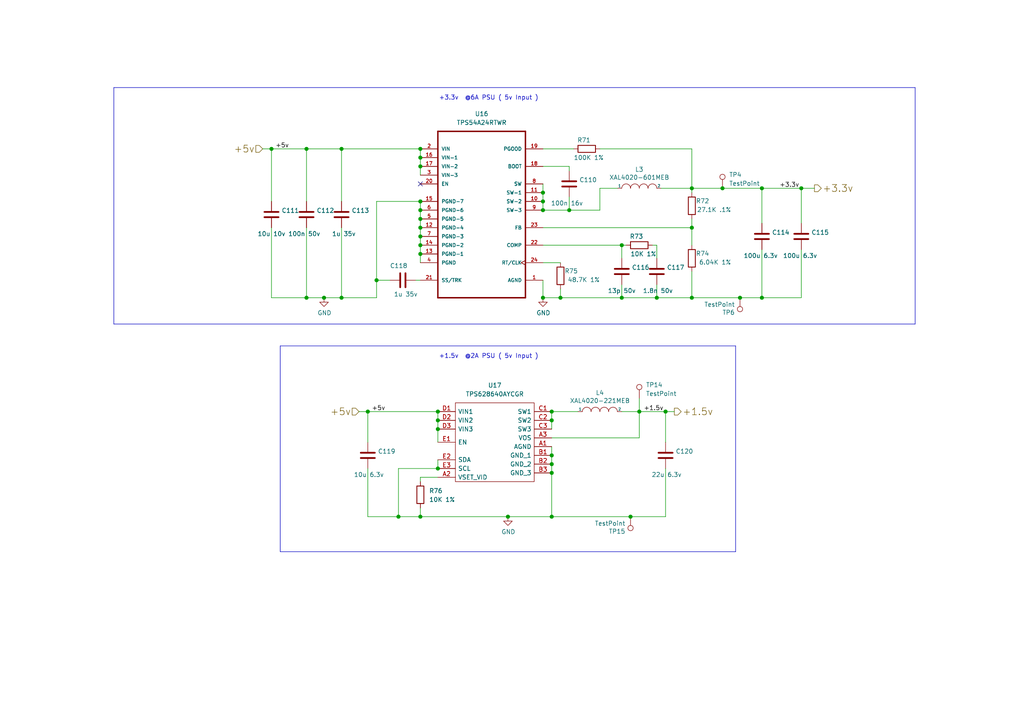
<source format=kicad_sch>
(kicad_sch (version 20201015) (generator eeschema)
  (page 1 8)
  (paper "A4")
  (title_block (title "AP3000v3") (date "2020-10-27") (rev "1") (company "(c) ISis ImageStream Internet Solutions 2020") (comment 1 "www.imagestream.com"))
  (lib_symbols
    (symbol "AP3000:TPS54A24RTWR" (pin_names (offset 1.016))
      (property "Reference" "U" (at -12.7 23.8506 0))
      (property "Value" "TPS54A24RTWR" (at -7.62 -27.94 0))
      (symbol "TPS54A24RTWR_0_0"
        (polyline (pts (xy -12.7 22.86) (xy 12.7 22.86)) (stroke (width 0.4064)))
        (polyline (pts (xy 12.7 22.86) (xy 12.7 -25.4)) (stroke (width 0.4064)))
        (polyline (pts (xy 12.7 -25.4) (xy -12.7 -25.4)) (stroke (width 0.4064)))
        (polyline (pts (xy -12.7 -25.4) (xy -12.7 22.86)) (stroke (width 0.4064)))
        (pin input clock (at 17.78 -15.24 180) (length 5.08) (name "RT/CLK") (number "24"))
        (pin input line (at -17.78 17.78 0) (length 5.08) (name "VIN") (number "2"))
        (pin input line (at -17.78 15.24 0) (length 5.08) (name "VIN-1") (number "16"))
        (pin input line (at -17.78 12.7 0) (length 5.08) (name "VIN-2") (number "17"))
        (pin input line (at -17.78 10.16 0) (length 5.08) (name "VIN-3") (number "3"))
        (pin bidirectional line (at 17.78 12.7 180) (length 5.08) (name "BOOT") (number "18"))
        (pin bidirectional line (at 17.78 -10.16 180) (length 5.08) (name "COMP") (number "22"))
        (pin bidirectional line (at -17.78 7.62 0) (length 5.08) (name "EN") (number "20"))
        (pin bidirectional line (at 17.78 -5.08 180) (length 5.08) (name "FB") (number "23"))
        (pin bidirectional line (at 17.78 17.78 180) (length 5.08) (name "PGOOD") (number "19"))
        (pin bidirectional line (at -17.78 -20.32 0) (length 5.08) (name "SS/TRK") (number "21"))
        (pin bidirectional line (at 17.78 7.62 180) (length 5.08) (name "SW") (number "8"))
        (pin bidirectional line (at 17.78 5.08 180) (length 5.08) (name "SW-1") (number "11"))
        (pin bidirectional line (at 17.78 2.54 180) (length 5.08) (name "SW-2") (number "10"))
        (pin bidirectional line (at 17.78 0 180) (length 5.08) (name "SW-3") (number "9"))
        (pin power_in line (at 17.78 -20.32 180) (length 5.08) (name "AGND") (number "1"))
        (pin power_in line (at -17.78 -15.24 0) (length 5.08) (name "PGND") (number "4"))
        (pin power_in line (at -17.78 -12.7 0) (length 5.08) (name "PGND-1") (number "13"))
        (pin power_in line (at -17.78 -10.16 0) (length 5.08) (name "PGND-2") (number "14"))
        (pin power_in line (at -17.78 -7.62 0) (length 5.08) (name "PGND-3") (number "7"))
        (pin power_in line (at -17.78 -5.08 0) (length 5.08) (name "PGND-4") (number "12"))
        (pin power_in line (at -17.78 -2.54 0) (length 5.08) (name "PGND-5") (number "5"))
        (pin power_in line (at -17.78 0 0) (length 5.08) (name "PGND-6") (number "6"))
        (pin power_in line (at -17.78 2.54 0) (length 5.08) (name "PGND-7") (number "15"))
      )
    )
    (symbol "AP3000:TPS628640AYCGR" (pin_names (offset 0.762))
      (property "Reference" "PS" (at 12.7 15.24 0))
      (property "Value" "TPS628640AYCGR" (at 12.7 12.7 0))
      (symbol "TPS628640AYCGR_0_1"
        (polyline (pts (xy -11.43 10.16) (xy 11.43 10.16) (xy 11.43 -12.7) (xy -11.43 -12.7) (xy -11.43 10.16)) (stroke (width 0.1524)))
      )
      (symbol "TPS628640AYCGR_0_0"
        (pin power_in line (at 16.51 -2.54 180) (length 5.08) (name "AGND") (number "A1"))
        (pin input line (at -16.51 -11.43 0) (length 5.08) (name "VSET_VID") (number "A2"))
        (pin input line (at 16.51 0 180) (length 5.08) (name "VOS") (number "A3"))
        (pin power_in line (at 16.51 -5.08 180) (length 5.08) (name "GND_1") (number "B1"))
        (pin power_in line (at 16.51 -7.62 180) (length 5.08) (name "GND_2") (number "B2"))
        (pin power_in line (at 16.51 -10.16 180) (length 5.08) (name "GND_3") (number "B3"))
        (pin power_in line (at 16.51 7.62 180) (length 5.08) (name "SW1") (number "C1"))
        (pin power_in line (at 16.51 5.08 180) (length 5.08) (name "SW2") (number "C2"))
        (pin power_in line (at 16.51 2.54 180) (length 5.08) (name "SW3") (number "C3"))
        (pin power_in line (at -16.51 7.62 0) (length 5.08) (name "VIN1") (number "D1"))
        (pin power_in line (at -16.51 5.08 0) (length 5.08) (name "VIN2") (number "D2"))
        (pin power_in line (at -16.51 2.54 0) (length 5.08) (name "VIN3") (number "D3"))
        (pin input line (at -16.51 -1.27 0) (length 5.08) (name "EN") (number "E1"))
        (pin bidirectional line (at -16.51 -6.35 0) (length 5.08) (name "SDA") (number "E2"))
        (pin bidirectional line (at -16.51 -8.89 0) (length 5.08) (name "SCL") (number "E3"))
      )
    )
    (symbol "Connector:TestPoint" (pin_numbers hide) (pin_names (offset 0.762) hide)
      (property "Reference" "TP" (at 0 6.858 0))
      (property "Value" "TestPoint" (at 0 5.08 0))
      (symbol "TestPoint_0_1"
        (circle (center 0 3.302) (radius 0.762))
      )
      (symbol "TestPoint_1_1"
        (pin passive line (at 0 0 90) (length 2.54) (name "1") (number "1"))
      )
    )
    (symbol "Device:C" (pin_numbers hide) (pin_names (offset 0.254))
      (property "Reference" "C" (at 0.635 2.54 0))
      (property "Value" "C" (at 0.635 -2.54 0))
      (symbol "C_0_1"
        (polyline (pts (xy -2.032 -0.762) (xy 2.032 -0.762)) (stroke (width 0.508)))
        (polyline (pts (xy -2.032 0.762) (xy 2.032 0.762)) (stroke (width 0.508)))
      )
      (symbol "C_1_1"
        (pin passive line (at 0 3.81 270) (length 2.794) (name "~") (number "1"))
        (pin passive line (at 0 -3.81 90) (length 2.794) (name "~") (number "2"))
      )
    )
    (symbol "Device:R" (pin_numbers hide) (pin_names (offset 0))
      (property "Reference" "R" (at 2.032 0 90))
      (property "Value" "R" (at 0 0 90))
      (symbol "R_0_1"
        (rectangle (start -1.016 -2.54) (end 1.016 2.54) (stroke (width 0.254)))
      )
      (symbol "R_1_1"
        (pin passive line (at 0 3.81 270) (length 1.27) (name "~") (number "1"))
        (pin passive line (at 0 -3.81 90) (length 1.27) (name "~") (number "2"))
      )
    )
    (symbol "power:GND" (power) (pin_names (offset 0))
      (property "Value" "GND" (at 0 -3.81 0))
      (symbol "GND_0_1"
        (polyline (pts (xy 0 0) (xy 0 -1.27) (xy 1.27 -1.27) (xy 0 -2.54) (xy -1.27 -1.27) (xy 0 -1.27)))
      )
      (symbol "GND_1_1"
        (pin power_in line (at 0 0 270) (length 0) hide (name "GND") (number "1"))
      )
    )
    (symbol "pspice:INDUCTOR" (pin_numbers hide) (pin_names (offset 0))
      (property "Reference" "L" (at 0 2.54 0))
      (property "Value" "INDUCTOR" (at 0 -1.27 0))
      (symbol "INDUCTOR_0_1"
        (arc (start -2.54 0) (end -5.08 0) (radius (at -3.81 0) (length 1.27) (angles 0.1 179.9)))
        (arc (start 0 0) (end -2.54 0) (radius (at -1.27 0) (length 1.27) (angles 0.1 179.9)))
        (arc (start 2.54 0) (end 0 0) (radius (at 1.27 0) (length 1.27) (angles 0.1 179.9)))
        (arc (start 5.08 0) (end 2.54 0) (radius (at 3.81 0) (length 1.27) (angles 0.1 179.9)))
      )
      (symbol "INDUCTOR_1_1"
        (pin input line (at -6.35 0 0) (length 1.27) (name "1") (number "1"))
        (pin input line (at 6.35 0 180) (length 1.27) (name "2") (number "2"))
      )
    )
  )
  (junction (at 78.74 43.18) (diameter 1.016))
  (junction (at 88.9 43.18) (diameter 1.016))
  (junction (at 88.9 86.36) (diameter 1.016))
  (junction (at 93.98 86.36) (diameter 1.016))
  (junction (at 99.06 43.18) (diameter 1.016))
  (junction (at 99.06 86.36) (diameter 1.016))
  (junction (at 106.68 119.38) (diameter 1.016))
  (junction (at 109.22 81.28) (diameter 1.016))
  (junction (at 115.57 149.86) (diameter 1.016))
  (junction (at 121.92 43.18) (diameter 1.016))
  (junction (at 121.92 45.72) (diameter 1.016))
  (junction (at 121.92 48.26) (diameter 1.016))
  (junction (at 121.92 58.42) (diameter 1.016))
  (junction (at 121.92 60.96) (diameter 1.016))
  (junction (at 121.92 63.5) (diameter 1.016))
  (junction (at 121.92 66.04) (diameter 1.016))
  (junction (at 121.92 68.58) (diameter 1.016))
  (junction (at 121.92 71.12) (diameter 1.016))
  (junction (at 121.92 73.66) (diameter 1.016))
  (junction (at 121.92 149.86) (diameter 1.016))
  (junction (at 127 119.38) (diameter 1.016))
  (junction (at 127 121.92) (diameter 1.016))
  (junction (at 127 124.46) (diameter 1.016))
  (junction (at 127 135.89) (diameter 1.016))
  (junction (at 147.32 149.86) (diameter 1.016))
  (junction (at 157.48 55.88) (diameter 1.016))
  (junction (at 157.48 58.42) (diameter 1.016))
  (junction (at 157.48 60.96) (diameter 1.016))
  (junction (at 157.48 86.36) (diameter 1.016))
  (junction (at 160.02 119.38) (diameter 1.016))
  (junction (at 160.02 121.92) (diameter 1.016))
  (junction (at 160.02 132.08) (diameter 1.016))
  (junction (at 160.02 134.62) (diameter 1.016))
  (junction (at 160.02 137.16) (diameter 1.016))
  (junction (at 160.02 149.86) (diameter 1.016))
  (junction (at 162.56 86.36) (diameter 1.016))
  (junction (at 165.1 60.96) (diameter 1.016))
  (junction (at 180.34 71.12) (diameter 1.016))
  (junction (at 180.34 86.36) (diameter 1.016))
  (junction (at 182.88 149.86) (diameter 1.016))
  (junction (at 185.42 119.38) (diameter 1.016))
  (junction (at 190.5 86.36) (diameter 1.016))
  (junction (at 193.04 119.38) (diameter 1.016))
  (junction (at 200.66 54.61) (diameter 1.016))
  (junction (at 200.66 66.04) (diameter 1.016))
  (junction (at 200.66 86.36) (diameter 1.016))
  (junction (at 209.55 54.61) (diameter 1.016))
  (junction (at 214.63 86.36) (diameter 1.016))
  (junction (at 220.98 54.61) (diameter 1.016))
  (junction (at 220.98 86.36) (diameter 1.016))
  (junction (at 232.41 54.61) (diameter 1.016))
  (no_connect (at 121.92 53.34))
  (wire (pts (xy 76.2 43.18) (xy 78.74 43.18)))
  (wire (pts (xy 78.74 43.18) (xy 88.9 43.18)))
  (wire (pts (xy 78.74 58.42) (xy 78.74 43.18)))
  (wire (pts (xy 78.74 66.04) (xy 78.74 86.36)))
  (wire (pts (xy 78.74 86.36) (xy 88.9 86.36)))
  (wire (pts (xy 88.9 43.18) (xy 99.06 43.18)))
  (wire (pts (xy 88.9 58.42) (xy 88.9 43.18)))
  (wire (pts (xy 88.9 66.04) (xy 88.9 86.36)))
  (wire (pts (xy 88.9 86.36) (xy 93.98 86.36)))
  (wire (pts (xy 93.98 86.36) (xy 99.06 86.36)))
  (wire (pts (xy 99.06 43.18) (xy 99.06 58.42)))
  (wire (pts (xy 99.06 86.36) (xy 99.06 66.04)))
  (wire (pts (xy 104.14 119.38) (xy 106.68 119.38)))
  (wire (pts (xy 106.68 119.38) (xy 127 119.38)))
  (wire (pts (xy 106.68 128.27) (xy 106.68 119.38)))
  (wire (pts (xy 106.68 135.89) (xy 106.68 149.86)))
  (wire (pts (xy 106.68 149.86) (xy 115.57 149.86)))
  (wire (pts (xy 109.22 58.42) (xy 121.92 58.42)))
  (wire (pts (xy 109.22 81.28) (xy 109.22 58.42)))
  (wire (pts (xy 109.22 81.28) (xy 109.22 86.36)))
  (wire (pts (xy 109.22 86.36) (xy 99.06 86.36)))
  (wire (pts (xy 113.03 81.28) (xy 109.22 81.28)))
  (wire (pts (xy 115.57 135.89) (xy 115.57 149.86)))
  (wire (pts (xy 115.57 149.86) (xy 121.92 149.86)))
  (wire (pts (xy 120.65 81.28) (xy 121.92 81.28)))
  (wire (pts (xy 121.92 43.18) (xy 99.06 43.18)))
  (wire (pts (xy 121.92 43.18) (xy 121.92 45.72)))
  (wire (pts (xy 121.92 45.72) (xy 121.92 48.26)))
  (wire (pts (xy 121.92 48.26) (xy 121.92 50.8)))
  (wire (pts (xy 121.92 58.42) (xy 121.92 60.96)))
  (wire (pts (xy 121.92 60.96) (xy 121.92 63.5)))
  (wire (pts (xy 121.92 63.5) (xy 121.92 66.04)))
  (wire (pts (xy 121.92 66.04) (xy 121.92 68.58)))
  (wire (pts (xy 121.92 68.58) (xy 121.92 71.12)))
  (wire (pts (xy 121.92 71.12) (xy 121.92 73.66)))
  (wire (pts (xy 121.92 73.66) (xy 121.92 76.2)))
  (wire (pts (xy 121.92 138.43) (xy 127 138.43)))
  (wire (pts (xy 121.92 139.7) (xy 121.92 138.43)))
  (wire (pts (xy 121.92 149.86) (xy 121.92 147.32)))
  (wire (pts (xy 127 119.38) (xy 127 121.92)))
  (wire (pts (xy 127 121.92) (xy 127 124.46)))
  (wire (pts (xy 127 124.46) (xy 127 128.27)))
  (wire (pts (xy 127 133.35) (xy 127 135.89)))
  (wire (pts (xy 127 135.89) (xy 115.57 135.89)))
  (wire (pts (xy 147.32 149.86) (xy 121.92 149.86)))
  (wire (pts (xy 157.48 43.18) (xy 166.37 43.18)))
  (wire (pts (xy 157.48 48.26) (xy 165.1 48.26)))
  (wire (pts (xy 157.48 53.34) (xy 157.48 55.88)))
  (wire (pts (xy 157.48 55.88) (xy 157.48 58.42)))
  (wire (pts (xy 157.48 58.42) (xy 157.48 60.96)))
  (wire (pts (xy 157.48 60.96) (xy 165.1 60.96)))
  (wire (pts (xy 157.48 66.04) (xy 200.66 66.04)))
  (wire (pts (xy 157.48 71.12) (xy 180.34 71.12)))
  (wire (pts (xy 157.48 81.28) (xy 157.48 86.36)))
  (wire (pts (xy 157.48 86.36) (xy 162.56 86.36)))
  (wire (pts (xy 160.02 119.38) (xy 160.02 121.92)))
  (wire (pts (xy 160.02 119.38) (xy 167.64 119.38)))
  (wire (pts (xy 160.02 121.92) (xy 160.02 124.46)))
  (wire (pts (xy 160.02 127) (xy 185.42 127)))
  (wire (pts (xy 160.02 129.54) (xy 160.02 132.08)))
  (wire (pts (xy 160.02 132.08) (xy 160.02 134.62)))
  (wire (pts (xy 160.02 134.62) (xy 160.02 137.16)))
  (wire (pts (xy 160.02 137.16) (xy 160.02 149.86)))
  (wire (pts (xy 160.02 149.86) (xy 147.32 149.86)))
  (wire (pts (xy 162.56 76.2) (xy 157.48 76.2)))
  (wire (pts (xy 162.56 86.36) (xy 162.56 83.82)))
  (wire (pts (xy 165.1 48.26) (xy 165.1 49.53)))
  (wire (pts (xy 165.1 60.96) (xy 165.1 57.15)))
  (wire (pts (xy 173.99 43.18) (xy 200.66 43.18)))
  (wire (pts (xy 173.99 54.61) (xy 173.99 60.96)))
  (wire (pts (xy 173.99 60.96) (xy 165.1 60.96)))
  (wire (pts (xy 179.07 54.61) (xy 173.99 54.61)))
  (wire (pts (xy 180.34 71.12) (xy 180.34 74.93)))
  (wire (pts (xy 180.34 82.55) (xy 180.34 86.36)))
  (wire (pts (xy 180.34 86.36) (xy 162.56 86.36)))
  (wire (pts (xy 180.34 119.38) (xy 185.42 119.38)))
  (wire (pts (xy 181.61 71.12) (xy 180.34 71.12)))
  (wire (pts (xy 182.88 149.86) (xy 160.02 149.86)))
  (wire (pts (xy 185.42 115.57) (xy 185.42 119.38)))
  (wire (pts (xy 185.42 119.38) (xy 193.04 119.38)))
  (wire (pts (xy 185.42 127) (xy 185.42 119.38)))
  (wire (pts (xy 190.5 71.12) (xy 189.23 71.12)))
  (wire (pts (xy 190.5 74.93) (xy 190.5 71.12)))
  (wire (pts (xy 190.5 82.55) (xy 190.5 86.36)))
  (wire (pts (xy 190.5 86.36) (xy 180.34 86.36)))
  (wire (pts (xy 193.04 119.38) (xy 193.04 128.27)))
  (wire (pts (xy 193.04 119.38) (xy 195.58 119.38)))
  (wire (pts (xy 193.04 135.89) (xy 193.04 149.86)))
  (wire (pts (xy 193.04 149.86) (xy 182.88 149.86)))
  (wire (pts (xy 200.66 43.18) (xy 200.66 54.61)))
  (wire (pts (xy 200.66 54.61) (xy 191.77 54.61)))
  (wire (pts (xy 200.66 54.61) (xy 209.55 54.61)))
  (wire (pts (xy 200.66 55.88) (xy 200.66 54.61)))
  (wire (pts (xy 200.66 66.04) (xy 200.66 63.5)))
  (wire (pts (xy 200.66 66.04) (xy 200.66 71.12)))
  (wire (pts (xy 200.66 78.74) (xy 200.66 86.36)))
  (wire (pts (xy 200.66 86.36) (xy 190.5 86.36)))
  (wire (pts (xy 209.55 54.61) (xy 220.98 54.61)))
  (wire (pts (xy 214.63 86.36) (xy 200.66 86.36)))
  (wire (pts (xy 220.98 54.61) (xy 220.98 64.77)))
  (wire (pts (xy 220.98 54.61) (xy 232.41 54.61)))
  (wire (pts (xy 220.98 72.39) (xy 220.98 86.36)))
  (wire (pts (xy 220.98 86.36) (xy 214.63 86.36)))
  (wire (pts (xy 232.41 54.61) (xy 232.41 64.77)))
  (wire (pts (xy 232.41 54.61) (xy 236.22 54.61)))
  (wire (pts (xy 232.41 72.39) (xy 232.41 86.36)))
  (wire (pts (xy 232.41 86.36) (xy 220.98 86.36)))
  (polyline (pts (xy 33.02 25.4) (xy 33.02 93.98)) (stroke (width 0) (type solid)))
  (polyline (pts (xy 33.02 25.4) (xy 265.43 25.4)) (stroke (width 0) (type solid)))
  (polyline (pts (xy 81.28 100.33) (xy 81.28 160.02)) (stroke (width 0) (type solid)))
  (polyline (pts (xy 81.28 100.33) (xy 213.36 100.33)) (stroke (width 0) (type solid)))
  (polyline (pts (xy 213.36 100.33) (xy 213.36 160.02)) (stroke (width 0) (type solid)))
  (polyline (pts (xy 213.36 160.02) (xy 81.28 160.02)) (stroke (width 0) (type solid)))
  (polyline (pts (xy 265.43 25.4) (xy 265.43 93.98)) (stroke (width 0) (type solid)))
  (polyline (pts (xy 265.43 93.98) (xy 33.02 93.98)) (stroke (width 0) (type solid)))
  (text "+3.3v  @6A PSU ( 5v Input )" (at 156.21 29.21 180) (effects (font (size 1.27 1.27)) (justify right bottom)))
  (text "+1.5v  @2A PSU ( 5v Input )" (at 156.21 104.14 180) (effects (font (size 1.27 1.27)) (justify right bottom)))
  (label "+5v" (at 83.82 43.18 180))
  (label "+5v" (at 111.76 119.38 180))
  (label "+1.5v" (at 186.69 119.38 0))
  (label "+3.3v" (at 226.06 54.61 0))
  (hierarchical_label "+5v" (shape input) (at 76.2 43.18 180) (effects (font (size 2.0066 2.0066))))
  (hierarchical_label "+5v" (shape input) (at 104.14 119.38 180) (effects (font (size 2.0066 2.0066))))
  (hierarchical_label "+1.5v" (shape output) (at 195.58 119.38 0) (effects (font (size 2.0066 2.0066))))
  (hierarchical_label "+3.3v" (shape output) (at 236.22 54.61 0) (effects (font (size 2.0066 2.0066))))
  (symbol (lib_id "Connector:TestPoint") (at 182.88 149.86 180) (unit 1)
    (property "Reference" "TP15" (at 181.4068 154.1272 0) (effects (justify left)))
    (property "Value" "TestPoint" (at 181.4068 151.8158 0) (effects (justify left)))
    (property "Footprint" "TestPoint:TestPoint_Pad_2.0x2.0mm" (effects hide))
    (property "Field4" "nf" (effects hide))
    (property "Field5" "nf" (effects hide))
    (property "Field6" "nf" (effects hide))
    (property "Field7" "nf" (effects hide))
  )
  (symbol (lib_id "Connector:TestPoint") (at 185.42 115.57 0) (unit 1)
    (property "Reference" "TP14" (at 187.325 111.633 0) (effects (justify left)))
    (property "Value" "TestPoint" (at 187.325 114.173 0) (effects (justify left)))
    (property "Footprint" "TestPoint:TestPoint_Pad_2.0x2.0mm" (effects hide))
    (property "Field4" "nf" (effects hide))
    (property "Field5" "nf" (effects hide))
    (property "Field6" "nf" (effects hide))
    (property "Field7" "nf" (effects hide))
  )
  (symbol (lib_id "Connector:TestPoint") (at 209.55 54.61 0) (unit 1)
    (property "Reference" "TP4" (at 211.455 50.673 0) (effects (justify left)))
    (property "Value" "TestPoint" (at 211.455 53.213 0) (effects (justify left)))
    (property "Footprint" "TestPoint:TestPoint_Pad_2.0x2.0mm" (effects hide))
    (property "Field4" "nf" (effects hide))
    (property "Field5" "nf" (effects hide))
    (property "Field6" "nf" (effects hide))
    (property "Field7" "nf" (effects hide))
  )
  (symbol (lib_id "Connector:TestPoint") (at 214.63 86.36 180) (unit 1)
    (property "Reference" "TP6" (at 213.1568 90.6272 0) (effects (justify left)))
    (property "Value" "TestPoint" (at 213.1568 88.3158 0) (effects (justify left)))
    (property "Footprint" "TestPoint:TestPoint_Pad_2.0x2.0mm" (effects hide))
    (property "Field4" "nf" (effects hide))
    (property "Field5" "nf" (effects hide))
    (property "Field6" "nf" (effects hide))
    (property "Field7" "nf" (effects hide))
  )
  (symbol (lib_id "power:GND") (at 93.98 86.36 0) (unit 1)
    (property "Reference" "#PWR0155" (effects hide))
    (property "Value" "GND" (at 94.107 90.7542 0))
  )
  (symbol (lib_id "power:GND") (at 147.32 149.86 0) (unit 1)
    (property "Reference" "#PWR0157" (effects hide))
    (property "Value" "GND" (at 147.447 154.2542 0))
  )
  (symbol (lib_id "power:GND") (at 157.48 86.36 0) (unit 1)
    (property "Reference" "#PWR0156" (effects hide))
    (property "Value" "GND" (at 157.607 90.7542 0))
  )
  (symbol (lib_id "Device:R") (at 121.92 143.51 0) (mirror x) (unit 1)
    (property "Reference" "R76" (at 124.46 142.367 0) (effects (justify left)))
    (property "Value" "10K 1%" (at 124.46 144.907 0) (effects (justify left)))
    (property "Footprint" "Resistor_SMD:R_0402_1005Metric" (effects hide))
    (property "Field6" "CRCW040210K0FKED" (effects hide))
    (property "Part Description" "Resistor 10K 0402 1% 63mW" (effects hide))
    (property "PartsBoxID" "0402-10K-1%" (effects hide))
  )
  (symbol (lib_id "Device:R") (at 162.56 80.01 0) (mirror y) (unit 1)
    (property "Reference" "R75" (at 167.64 78.613 0) (effects (justify left)))
    (property "Value" "48.7K 1%" (at 173.99 81.153 0) (effects (justify left)))
    (property "Footprint" "Resistor_SMD:R_0402_1005Metric" (effects hide))
    (property "Field6" "CRCW040248K7FKED" (effects hide))
    (property "Part Description" "Resistor 48.7K 0402 1% 63mW" (effects hide))
    (property "PartsBoxID" "0402-48.7K-1%" (effects hide))
  )
  (symbol (lib_id "Device:R") (at 170.18 43.18 90) (mirror x) (unit 1)
    (property "Reference" "R71" (at 171.323 40.64 90) (effects (justify left)))
    (property "Value" "100K 1%" (at 175.133 45.72 90) (effects (justify left)))
    (property "Footprint" "Resistor_SMD:R_0402_1005Metric" (effects hide))
    (property "Field6" "CRCW0402100KFKED" (effects hide))
    (property "Part Description" "Resistor 100K 0402 1% 63mW" (effects hide))
    (property "PartsBoxID" "0402-100K-1%" (effects hide))
  )
  (symbol (lib_id "Device:R") (at 185.42 71.12 90) (mirror x) (unit 1)
    (property "Reference" "R73" (at 186.563 68.58 90) (effects (justify left)))
    (property "Value" "10K 1%" (at 190.373 73.66 90) (effects (justify left)))
    (property "Footprint" "Resistor_SMD:R_0402_1005Metric" (effects hide))
    (property "Field6" "CRCW040210K0FKED" (effects hide))
    (property "Part Description" "Resistor 10K 0402 1% 63mW" (effects hide))
    (property "PartsBoxID" "0402-10K-1%" (effects hide))
  )
  (symbol (lib_id "Device:R") (at 200.66 59.69 0) (mirror y) (unit 1)
    (property "Reference" "R72" (at 205.74 58.293 0) (effects (justify left)))
    (property "Value" "27.1K .1%" (at 212.09 60.833 0) (effects (justify left)))
    (property "Footprint" "Resistor_SMD:R_0805_2012Metric" (effects hide))
    (property "Field6" "RT0805BRD0727K1L" (effects hide))
    (property "Part Description" "Resistor 27.1K 0805 .1% 125mW" (effects hide))
    (property "PartsBoxID" "0805-27.1K-.1%" (effects hide))
  )
  (symbol (lib_id "Device:R") (at 200.66 74.93 0) (mirror y) (unit 1)
    (property "Reference" "R74" (at 205.74 73.533 0) (effects (justify left)))
    (property "Value" "6.04K 1%" (at 212.09 76.073 0) (effects (justify left)))
    (property "Footprint" "Resistor_SMD:R_0402_1005Metric" (effects hide))
    (property "Field6" "CRCW04026K04FKED" (effects hide))
    (property "Part Description" "Resistor 6.04K 0402 1% 63mW" (effects hide))
    (property "PartsBoxID" "0402-6.04K-1%" (effects hide))
  )
  (symbol (lib_id "pspice:INDUCTOR") (at 173.99 119.38 0) (unit 1)
    (property "Reference" "L4" (at 173.99 113.919 0))
    (property "Value" "XAL4020-221MEB" (at 173.99 116.2304 0))
    (property "Footprint" "Inductor_SMD:L_Coilcraft_XxL4020" (effects hide))
    (property "Field7" "Coilcraft" (effects hide))
    (property "Part Description" "Fixed Inductors 0.22uH SMD 4020" (effects hide))
    (property "PartsBoxID" "XAL4020-221MEC" (effects hide))
  )
  (symbol (lib_id "pspice:INDUCTOR") (at 185.42 54.61 0) (unit 1)
    (property "Reference" "L3" (at 185.42 49.149 0))
    (property "Value" "XAL4020-601MEB" (at 185.42 51.4604 0))
    (property "Footprint" "Inductor_SMD:L_Coilcraft_XxL4020" (effects hide))
    (property "Field7" "Coilcraft" (effects hide))
    (property "Part Description" "Fixed Inductors 0.6uH SMD 4020" (effects hide))
    (property "PartsBoxID" "XAL4020-601MEC" (effects hide))
  )
  (symbol (lib_id "Device:C") (at 78.74 62.23 0) (unit 1)
    (property "Reference" "C111" (at 81.661 61.0616 0) (effects (justify left)))
    (property "Value" "10u 10v" (at 74.676 67.818 0) (effects (justify left)))
    (property "Footprint" "Capacitor_SMD:C_0805_2012Metric" (effects hide))
    (property "Field4" "Digikey" (effects hide))
    (property "Field6" "C0805C106K8PACTU" (effects hide))
    (property "Field7" "Kemet" (effects hide))
    (property "Part Description" "10uF 10% or 20% 10V Ceramic Capacitor X5R 0805" (effects hide))
    (property "PartsBoxID" "0805-10uF-X7R-10V" (effects hide))
  )
  (symbol (lib_id "Device:C") (at 88.9 62.23 0) (unit 1)
    (property "Reference" "C112" (at 91.821 61.0616 0) (effects (justify left)))
    (property "Value" "100n 50v" (at 83.566 67.818 0) (effects (justify left)))
    (property "Footprint" "Capacitor_SMD:C_0603_1608Metric" (effects hide))
    (property "Field4" "Digikey" (effects hide))
    (property "Field6" "GRM188R71H104KA93D" (effects hide))
    (property "Field7" "Murata" (effects hide))
    (property "Part Description" "100nF 10% or 20% 50V Ceramic Capacitor X7R 0603" (effects hide))
    (property "PartsBoxID" "0603-100nF-X7R-50V" (effects hide))
  )
  (symbol (lib_id "Device:C") (at 99.06 62.23 0) (unit 1)
    (property "Reference" "C113" (at 101.981 61.0616 0) (effects (justify left)))
    (property "Value" "1u 35v" (at 96.266 67.818 0) (effects (justify left)))
    (property "Footprint" "Capacitor_SMD:C_0603_1608Metric" (effects hide))
    (property "Field5" "490-10505-1-ND" (effects hide))
    (property "Field4" "Digikey" (effects hide))
    (property "Field6" "C1608X7R1V105K080AC" (effects hide))
    (property "Field7" "TDK" (effects hide))
    (property "Part Description" "1uF 10% or 20% 35V Ceramic Capacitor X7R 0603" (effects hide))
    (property "PartsBoxID" "0603-1uF-X7R-35V" (effects hide))
  )
  (symbol (lib_id "Device:C") (at 106.68 132.08 0) (unit 1)
    (property "Reference" "C119" (at 109.601 130.9116 0) (effects (justify left)))
    (property "Value" "10u 6.3v" (at 102.616 137.668 0) (effects (justify left)))
    (property "Footprint" "Capacitor_SMD:C_0603_1608Metric" (effects hide))
    (property "Field4" "Mouser" (effects hide))
    (property "Field6" "C0603C106M9PACTU" (effects hide))
    (property "Field7" "Kemet" (effects hide))
    (property "Part Description" "10uF 10% or 20% 6.3V Ceramic Capacitor X5R 0603" (effects hide))
    (property "PartsBoxID" "0603-10uF-X5R-6.3V" (effects hide))
  )
  (symbol (lib_id "Device:C") (at 116.84 81.28 90) (unit 1)
    (property "Reference" "C118" (at 118.2116 77.089 90) (effects (justify left)))
    (property "Value" "1u 35v" (at 121.158 85.344 90) (effects (justify left)))
    (property "Footprint" "Capacitor_SMD:C_0402_1005Metric" (effects hide))
    (property "Field4" "Digikey" (effects hide))
    (property "Field6" "GRM155R61A103KA01D" (effects hide))
    (property "Field7" "Murata" (effects hide))
    (property "Part Description" "10nF 10% or 20% 10V Ceramic Capacitor X5R 0402" (effects hide))
    (property "PartsBoxID" "0402-10nF-X5R-10V" (effects hide))
  )
  (symbol (lib_id "Device:C") (at 165.1 53.34 0) (unit 1)
    (property "Reference" "C110" (at 168.021 52.1716 0) (effects (justify left)))
    (property "Value" "100n 16v" (at 159.766 58.928 0) (effects (justify left)))
    (property "Footprint" "Capacitor_SMD:C_0402_1005Metric" (effects hide))
    (property "Field4" "Digikey" (effects hide))
    (property "Field6" "GRM155R71C104KA88D" (effects hide))
    (property "Field7" "Murata" (effects hide))
    (property "Part Description" "100nF 10% or 20% 16V Ceramic Capacitor X7R 402" (effects hide))
    (property "PartsBoxID" "0402-100nF-X7R-16V" (effects hide))
  )
  (symbol (lib_id "Device:C") (at 180.34 78.74 0) (unit 1)
    (property "Reference" "C116" (at 183.261 77.5716 0) (effects (justify left)))
    (property "Value" "13p 50v" (at 176.276 84.328 0) (effects (justify left)))
    (property "Footprint" "Capacitor_SMD:C_0402_1005Metric" (effects hide))
    (property "Field4" "Mouser" (effects hide))
    (property "Field6" "CL05C130JB5NNNC" (effects hide))
    (property "Field7" "Samsung Electro-Mechanics" (effects hide))
    (property "Part Description" "13pF 10% or 20% 50V Ceramic Capacitor C0G/NP0 402" (effects hide))
    (property "PartsBoxID" "0402-13pF-C0G-50V" (effects hide))
  )
  (symbol (lib_id "Device:C") (at 190.5 78.74 0) (unit 1)
    (property "Reference" "C117" (at 193.421 77.5716 0) (effects (justify left)))
    (property "Value" "1.8n 50v" (at 186.436 84.328 0) (effects (justify left)))
    (property "Footprint" "Capacitor_SMD:C_0603_1608Metric" (effects hide))
    (property "Field4" "Mouser" (effects hide))
    (property "Field6" "GRM1885C1H182JA01J" (effects hide))
    (property "Field7" "Murata" (effects hide))
    (property "Part Description" "1.8nF 10% or 20% 50V Ceramic Capacitor C0G/NP0 0603" (effects hide))
    (property "PartsBoxID" "0603-1.8nF-C0G-50V" (effects hide))
  )
  (symbol (lib_id "Device:C") (at 193.04 132.08 0) (unit 1)
    (property "Reference" "C120" (at 195.961 130.9116 0) (effects (justify left)))
    (property "Value" "22u 6.3v" (at 188.976 137.668 0) (effects (justify left)))
    (property "Footprint" "Capacitor_SMD:C_0805_2012Metric" (effects hide))
    (property "Field4" "Mouser" (effects hide))
    (property "Field6" "GRM21BR60J226ME39L" (effects hide))
    (property "Field7" "Murata" (effects hide))
    (property "Part Description" "22uF 10% or 20% 6.3V Ceramic Capacitor X5R 0805" (effects hide))
    (property "PartsBoxID" "0805-22uF-X5R-6.3V" (effects hide))
  )
  (symbol (lib_id "Device:C") (at 220.98 68.58 0) (unit 1)
    (property "Reference" "C114" (at 223.901 67.4116 0) (effects (justify left)))
    (property "Value" "100u 6.3v" (at 215.646 74.168 0) (effects (justify left)))
    (property "Footprint" "Capacitor_SMD:C_1206_3216Metric" (effects hide))
    (property "Field4" "Mouser" (effects hide))
    (property "Field6" "GRM31CR60J107ME39L" (effects hide))
    (property "Field7" "Murata" (effects hide))
    (property "Part Description" "100uF 10% or 20% 6.3V Ceramic Capacitor X5R 1206" (effects hide))
    (property "PartsBoxID" "1206-100uF-X5R-6.3V" (effects hide))
  )
  (symbol (lib_id "Device:C") (at 232.41 68.58 0) (unit 1)
    (property "Reference" "C115" (at 235.331 67.4116 0) (effects (justify left)))
    (property "Value" "100u 6.3v" (at 227.076 74.168 0) (effects (justify left)))
    (property "Footprint" "Capacitor_SMD:C_1206_3216Metric" (effects hide))
    (property "Field4" "Mouser" (effects hide))
    (property "Field6" "GRM31CR60J107ME39L" (effects hide))
    (property "Field7" "Murata" (effects hide))
    (property "Part Description" "100uF 10% or 20% 6.3V Ceramic Capacitor X5R 1206" (effects hide))
    (property "PartsBoxID" "1206-100uF-X5R-6.3V" (effects hide))
  )
  (symbol (lib_id "AP3000:TPS628640AYCGR") (at 143.51 127 0) (unit 1)
    (property "Reference" "U17" (at 143.51 111.76 0))
    (property "Value" "TPS628640AYCGR" (at 143.51 114.3 0))
    (property "Footprint" "BGA15C35P3X5_101X174X50" (effects hide))
    (property "Datasheet" "https://www.ti.com/lit/ds/symlink/tps62866.pdf?ts=1603904930439" (effects hide))
    (property "Description" "Switching Voltage Regulators 4-A Synchronous Step-Down Converter with I2C Interface in 1.05-mm x 1.78-mm WCSP package 15-DSBGA -40 to 125" (effects hide))
    (property "Height" "0.5" (effects hide))
    (property "Manufacturer_Name" "Texas Instruments" (effects hide))
    (property "Manufacturer_Part_Number" "TPS628640AYCGR" (effects hide))
    (property "PartsBoxID" "TPS628640AYCGR" (effects hide))
  )
  (symbol (lib_id "AP3000:TPS54A24RTWR") (at 139.7 60.96 0) (unit 1)
    (property "Reference" "U16" (at 139.7 33.02 0))
    (property "Value" "TPS54A24RTWR" (at 139.7 35.56 0))
    (property "Footprint" "AP3000:QFN50P400X400X80-25N" (effects hide))
    (property "PartsBoxID" "TPS54A24RTWR" (effects hide))
  )
)
</source>
